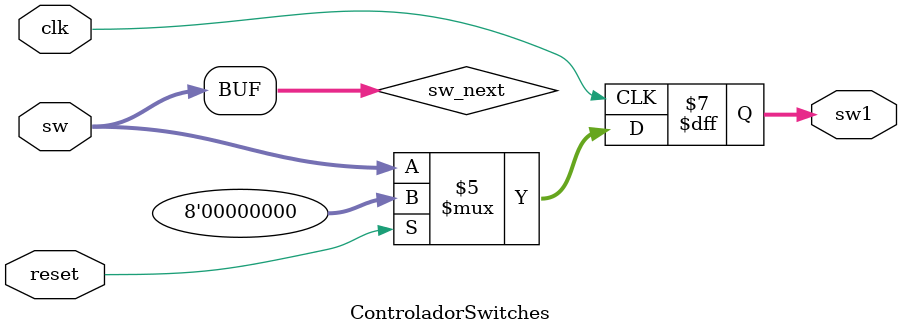
<source format=v>
`timescale 1ns / 1ps




module ControladorSwitches(
    input clk, reset,
    input [7:0] sw,
    output reg [7:0] sw1
    );
        
    
    reg [7:0] sw_next = 8'b11110000;
    always@(posedge clk)
    	if (reset)
    		sw1 <= 8'd0;
    	else
        	sw1 <= sw_next;

    always@*
        sw_next = sw;

endmodule
</source>
